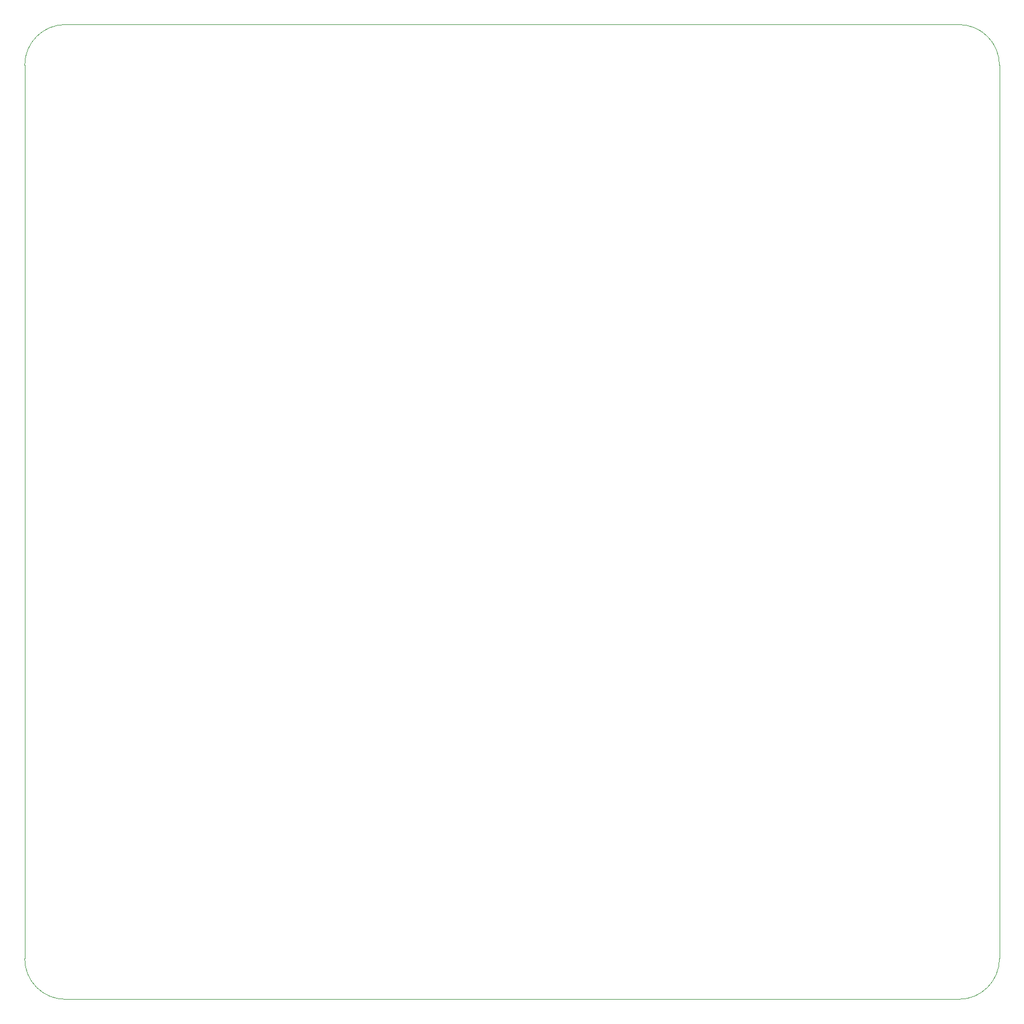
<source format=gm1>
%TF.GenerationSoftware,KiCad,Pcbnew,7.0.9*%
%TF.CreationDate,2024-03-25T13:36:50-04:00*%
%TF.ProjectId,CSTAR,43535441-522e-46b6-9963-61645f706362,rev?*%
%TF.SameCoordinates,Original*%
%TF.FileFunction,Profile,NP*%
%FSLAX46Y46*%
G04 Gerber Fmt 4.6, Leading zero omitted, Abs format (unit mm)*
G04 Created by KiCad (PCBNEW 7.0.9) date 2024-03-25 13:36:50*
%MOMM*%
%LPD*%
G01*
G04 APERTURE LIST*
%TA.AperFunction,Profile*%
%ADD10C,0.100000*%
%TD*%
G04 APERTURE END LIST*
D10*
X50800000Y-196850000D02*
G75*
G03*
X57150000Y-203200000I6350000J0D01*
G01*
X196850000Y-203200000D02*
G75*
G03*
X203200000Y-196850000I0J6350000D01*
G01*
X196850000Y-50800000D02*
X57150000Y-50800000D01*
X57150000Y-50800000D02*
G75*
G03*
X50800000Y-57150000I0J-6350000D01*
G01*
X50800000Y-57150000D02*
X50800000Y-196850000D01*
X57150000Y-203200000D02*
X196850000Y-203200000D01*
X203200000Y-57150000D02*
G75*
G03*
X196850000Y-50800000I-6350000J0D01*
G01*
X203200000Y-196850000D02*
X203200000Y-57150000D01*
M02*

</source>
